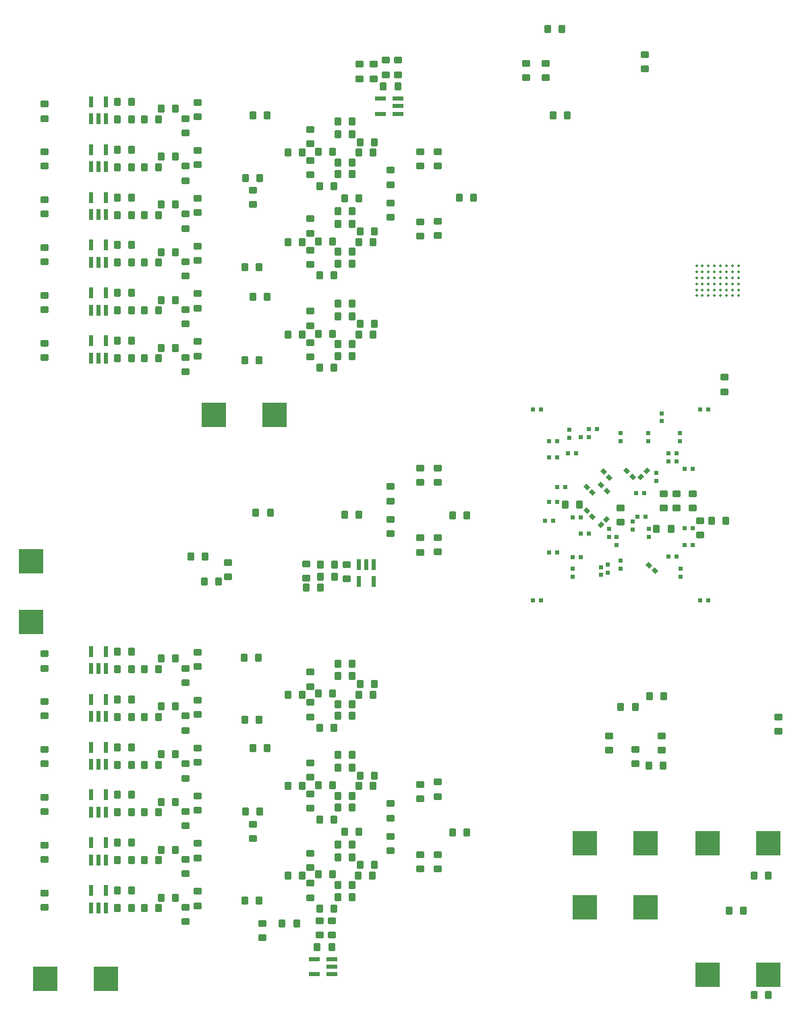
<source format=gbp>
%FSAX43Y43*%
%MOMM*%
G71*
G01*
G75*
G04 Layer_Color=128*
%ADD10C,0.200*%
%ADD11C,0.254*%
%ADD12R,1.600X1.000*%
%ADD13R,5.700X5.500*%
%ADD14R,3.050X2.040*%
%ADD15R,1.240X1.400*%
%ADD16R,2.200X3.100*%
%ADD17R,2.250X2.300*%
%ADD18R,0.950X0.600*%
%ADD19R,1.700X1.600*%
%ADD20R,0.600X0.950*%
%ADD21C,1.400*%
G04:AMPARAMS|DCode=22|XSize=0.8mm|YSize=1mm|CornerRadius=0.08mm|HoleSize=0mm|Usage=FLASHONLY|Rotation=0.000|XOffset=0mm|YOffset=0mm|HoleType=Round|Shape=RoundedRectangle|*
%AMROUNDEDRECTD22*
21,1,0.800,0.840,0,0,0.0*
21,1,0.640,1.000,0,0,0.0*
1,1,0.160,0.320,-0.420*
1,1,0.160,-0.320,-0.420*
1,1,0.160,-0.320,0.420*
1,1,0.160,0.320,0.420*
%
%ADD22ROUNDEDRECTD22*%
G04:AMPARAMS|DCode=23|XSize=1mm|YSize=2mm|CornerRadius=0.1mm|HoleSize=0mm|Usage=FLASHONLY|Rotation=0.000|XOffset=0mm|YOffset=0mm|HoleType=Round|Shape=RoundedRectangle|*
%AMROUNDEDRECTD23*
21,1,1.000,1.800,0,0,0.0*
21,1,0.800,2.000,0,0,0.0*
1,1,0.200,0.400,-0.900*
1,1,0.200,-0.400,-0.900*
1,1,0.200,-0.400,0.900*
1,1,0.200,0.400,0.900*
%
%ADD23ROUNDEDRECTD23*%
G04:AMPARAMS|DCode=24|XSize=1mm|YSize=1.5mm|CornerRadius=0.1mm|HoleSize=0mm|Usage=FLASHONLY|Rotation=180.000|XOffset=0mm|YOffset=0mm|HoleType=Round|Shape=RoundedRectangle|*
%AMROUNDEDRECTD24*
21,1,1.000,1.300,0,0,180.0*
21,1,0.800,1.500,0,0,180.0*
1,1,0.200,-0.400,0.650*
1,1,0.200,0.400,0.650*
1,1,0.200,0.400,-0.650*
1,1,0.200,-0.400,-0.650*
%
%ADD24ROUNDEDRECTD24*%
G04:AMPARAMS|DCode=25|XSize=0.8mm|YSize=1mm|CornerRadius=0.08mm|HoleSize=0mm|Usage=FLASHONLY|Rotation=270.000|XOffset=0mm|YOffset=0mm|HoleType=Round|Shape=RoundedRectangle|*
%AMROUNDEDRECTD25*
21,1,0.800,0.840,0,0,270.0*
21,1,0.640,1.000,0,0,270.0*
1,1,0.160,-0.420,-0.320*
1,1,0.160,-0.420,0.320*
1,1,0.160,0.420,0.320*
1,1,0.160,0.420,-0.320*
%
%ADD25ROUNDEDRECTD25*%
%ADD26R,1.400X0.450*%
%ADD27R,1.400X0.450*%
%ADD28R,1.400X0.450*%
%ADD29R,3.048X3.048*%
%ADD30O,0.250X1.600*%
%ADD31O,1.600X0.250*%
%ADD32R,1.600X0.250*%
%ADD33O,1.270X0.762*%
%ADD34R,1.270X0.762*%
%ADD35R,0.500X0.600*%
%ADD36O,0.250X0.900*%
%ADD37O,0.900X0.250*%
%ADD38R,0.900X0.250*%
%ADD39R,2.340X2.340*%
%ADD40R,4.600X0.810*%
%ADD41R,4.600X0.610*%
%ADD42R,0.600X0.500*%
%ADD43C,0.500*%
%ADD44R,1.778X0.381*%
%ADD45O,1.778X0.381*%
%ADD46R,2.108X1.270*%
G04:AMPARAMS|DCode=47|XSize=2.108mm|YSize=1.27mm|CornerRadius=0mm|HoleSize=0mm|Usage=FLASHONLY|Rotation=0.000|XOffset=0mm|YOffset=0mm|HoleType=Round|Shape=Octagon|*
%AMOCTAGOND47*
4,1,8,1.054,-0.318,1.054,0.318,0.737,0.635,-0.737,0.635,-1.054,0.318,-1.054,-0.318,-0.737,-0.635,0.737,-0.635,1.054,-0.318,0.0*
%
%ADD47OCTAGOND47*%

%ADD48R,0.381X1.778*%
%ADD49O,0.381X1.778*%
%ADD50O,1.000X0.250*%
%ADD51O,0.250X1.000*%
%ADD52R,0.250X1.000*%
%ADD53O,0.300X1.800*%
%ADD54O,1.800X0.300*%
%ADD55R,1.800X0.300*%
G04:AMPARAMS|DCode=56|XSize=1mm|YSize=1.5mm|CornerRadius=0.1mm|HoleSize=0mm|Usage=FLASHONLY|Rotation=90.000|XOffset=0mm|YOffset=0mm|HoleType=Round|Shape=RoundedRectangle|*
%AMROUNDEDRECTD56*
21,1,1.000,1.300,0,0,90.0*
21,1,0.800,1.500,0,0,90.0*
1,1,0.200,0.650,0.400*
1,1,0.200,0.650,-0.400*
1,1,0.200,-0.650,-0.400*
1,1,0.200,-0.650,0.400*
%
%ADD56ROUNDEDRECTD56*%
G04:AMPARAMS|DCode=57|XSize=1mm|YSize=2mm|CornerRadius=0.1mm|HoleSize=0mm|Usage=FLASHONLY|Rotation=90.000|XOffset=0mm|YOffset=0mm|HoleType=Round|Shape=RoundedRectangle|*
%AMROUNDEDRECTD57*
21,1,1.000,1.800,0,0,90.0*
21,1,0.800,2.000,0,0,90.0*
1,1,0.200,0.900,0.400*
1,1,0.200,0.900,-0.400*
1,1,0.200,-0.900,-0.400*
1,1,0.200,-0.900,0.400*
%
%ADD57ROUNDEDRECTD57*%
%ADD58R,1.778X1.016*%
%ADD59R,1.778X3.302*%
%ADD60R,0.508X1.600*%
%ADD61R,0.356X0.914*%
%ADD62R,2.540X2.540*%
G04:AMPARAMS|DCode=63|XSize=0.4mm|YSize=0.7mm|CornerRadius=0mm|HoleSize=0mm|Usage=FLASHONLY|Rotation=135.000|XOffset=0mm|YOffset=0mm|HoleType=Round|Shape=Round|*
%AMOVALD63*
21,1,0.300,0.400,0.000,0.000,225.0*
1,1,0.400,0.106,0.106*
1,1,0.400,-0.106,-0.106*
%
%ADD63OVALD63*%

%ADD64O,0.700X0.400*%
%ADD65C,0.175*%
%ADD66C,0.800*%
%ADD67C,0.400*%
%ADD68C,0.500*%
%ADD69C,0.150*%
%ADD70C,0.508*%
%ADD71C,0.600*%
%ADD72C,0.300*%
%ADD73R,1.500X5.900*%
%ADD74R,0.500X3.200*%
%ADD75R,3.800X2.200*%
%ADD76R,3.700X2.200*%
%ADD77R,4.000X3.700*%
%ADD78R,3.500X3.000*%
%ADD79R,3.500X5.300*%
%ADD80R,4.200X3.000*%
%ADD81R,4.000X3.000*%
%ADD82R,1.900X1.900*%
%ADD83R,2.700X6.800*%
%ADD84R,1.500X1.400*%
%ADD85R,1.400X1.400*%
%ADD86R,2.500X2.200*%
%ADD87R,2.300X11.700*%
%ADD88R,1.200X5.400*%
%ADD89R,1.500X2.400*%
%ADD90R,2.700X2.800*%
%ADD91R,6.100X6.100*%
%ADD92R,3.400X2.300*%
%ADD93C,1.690*%
%ADD94C,4.500*%
%ADD95C,3.800*%
%ADD96R,1.600X1.600*%
%ADD97C,1.600*%
%ADD98C,3.000*%
%ADD99C,1.575*%
%ADD100R,1.575X1.575*%
%ADD101C,1.800*%
%ADD102R,1.850X1.850*%
%ADD103C,1.850*%
%ADD104R,1.850X1.850*%
%ADD105C,1.500*%
%ADD106C,0.300*%
%ADD107C,0.700*%
%ADD108C,0.800*%
%ADD109C,1.000*%
%ADD110C,1.200*%
%ADD111C,5.000*%
%ADD112C,0.600*%
%ADD113C,1.016*%
%ADD114C,0.705*%
G04:AMPARAMS|DCode=115|XSize=2.29mm|YSize=2.29mm|CornerRadius=0mm|HoleSize=0mm|Usage=FLASHONLY|Rotation=0.000|XOffset=0mm|YOffset=0mm|HoleType=Round|Shape=Relief|Width=0.175mm|Gap=0.3mm|Entries=4|*
%AMTHD115*
7,0,0,2.290,1.690,0.175,45*
%
%ADD115THD115*%
%ADD116C,1.490*%
G04:AMPARAMS|DCode=117|XSize=4.4mm|YSize=4.4mm|CornerRadius=0mm|HoleSize=0mm|Usage=FLASHONLY|Rotation=0.000|XOffset=0mm|YOffset=0mm|HoleType=Round|Shape=Relief|Width=0.175mm|Gap=0.3mm|Entries=4|*
%AMTHD117*
7,0,0,4.400,3.800,0.175,45*
%
%ADD117THD117*%
G04:AMPARAMS|DCode=118|XSize=4.44mm|YSize=4.44mm|CornerRadius=0mm|HoleSize=0mm|Usage=FLASHONLY|Rotation=0.000|XOffset=0mm|YOffset=0mm|HoleType=Round|Shape=Relief|Width=0.175mm|Gap=0.3mm|Entries=4|*
%AMTHD118*
7,0,0,4.440,3.840,0.175,45*
%
%ADD118THD118*%
G04:AMPARAMS|DCode=119|XSize=3.5mm|YSize=3.5mm|CornerRadius=0mm|HoleSize=0mm|Usage=FLASHONLY|Rotation=0.000|XOffset=0mm|YOffset=0mm|HoleType=Round|Shape=Relief|Width=0.175mm|Gap=0.3mm|Entries=4|*
%AMTHD119*
7,0,0,3.500,2.900,0.175,45*
%
%ADD119THD119*%
%ADD120C,1.320*%
%ADD121C,3.400*%
G04:AMPARAMS|DCode=122|XSize=2.216mm|YSize=2.216mm|CornerRadius=0mm|HoleSize=0mm|Usage=FLASHONLY|Rotation=0.000|XOffset=0mm|YOffset=0mm|HoleType=Round|Shape=Relief|Width=0.175mm|Gap=0.3mm|Entries=4|*
%AMTHD122*
7,0,0,2.216,1.616,0.175,45*
%
%ADD122THD122*%
%ADD123C,1.416*%
G04:AMPARAMS|DCode=124|XSize=2.12mm|YSize=2.12mm|CornerRadius=0mm|HoleSize=0mm|Usage=FLASHONLY|Rotation=0.000|XOffset=0mm|YOffset=0mm|HoleType=Round|Shape=Relief|Width=0.175mm|Gap=0.3mm|Entries=4|*
%AMTHD124*
7,0,0,2.120,1.520,0.175,45*
%
%ADD124THD124*%
G04:AMPARAMS|DCode=125|XSize=2.2mm|YSize=2.2mm|CornerRadius=0mm|HoleSize=0mm|Usage=FLASHONLY|Rotation=0.000|XOffset=0mm|YOffset=0mm|HoleType=Round|Shape=Relief|Width=0.175mm|Gap=0.3mm|Entries=4|*
%AMTHD125*
7,0,0,2.200,1.600,0.175,45*
%
%ADD125THD125*%
G04:AMPARAMS|DCode=126|XSize=2.3mm|YSize=2.3mm|CornerRadius=0mm|HoleSize=0mm|Usage=FLASHONLY|Rotation=0.000|XOffset=0mm|YOffset=0mm|HoleType=Round|Shape=Relief|Width=0.175mm|Gap=0.3mm|Entries=4|*
%AMTHD126*
7,0,0,2.300,1.700,0.175,45*
%
%ADD126THD126*%
%ADD127C,0.520*%
G04:AMPARAMS|DCode=128|XSize=1.6mm|YSize=1.6mm|CornerRadius=0mm|HoleSize=0mm|Usage=FLASHONLY|Rotation=0.000|XOffset=0mm|YOffset=0mm|HoleType=Round|Shape=Relief|Width=0.175mm|Gap=0.3mm|Entries=4|*
%AMTHD128*
7,0,0,1.600,1.000,0.175,45*
%
%ADD128THD128*%
%ADD129C,0.800*%
G04:AMPARAMS|DCode=130|XSize=1.7mm|YSize=1.7mm|CornerRadius=0mm|HoleSize=0mm|Usage=FLASHONLY|Rotation=0.000|XOffset=0mm|YOffset=0mm|HoleType=Round|Shape=Relief|Width=0.175mm|Gap=0.3mm|Entries=4|*
%AMTHD130*
7,0,0,1.700,1.100,0.175,45*
%
%ADD130THD130*%
G04:AMPARAMS|DCode=131|XSize=1.9mm|YSize=1.9mm|CornerRadius=0mm|HoleSize=0mm|Usage=FLASHONLY|Rotation=0.000|XOffset=0mm|YOffset=0mm|HoleType=Round|Shape=Relief|Width=0.175mm|Gap=0.3mm|Entries=4|*
%AMTHD131*
7,0,0,1.900,1.300,0.175,45*
%
%ADD131THD131*%
G04:AMPARAMS|DCode=132|XSize=1.32mm|YSize=1.32mm|CornerRadius=0mm|HoleSize=0mm|Usage=FLASHONLY|Rotation=0.000|XOffset=0mm|YOffset=0mm|HoleType=Round|Shape=Relief|Width=0.175mm|Gap=0.3mm|Entries=4|*
%AMTHD132*
7,0,0,1.320,0.720,0.175,45*
%
%ADD132THD132*%
%ADD133C,0.700*%
%ADD134C,1.100*%
%ADD135C,1.000*%
%ADD136C,0.900*%
G04:AMPARAMS|DCode=137|XSize=1.5mm|YSize=1.5mm|CornerRadius=0mm|HoleSize=0mm|Usage=FLASHONLY|Rotation=0.000|XOffset=0mm|YOffset=0mm|HoleType=Round|Shape=Relief|Width=0.175mm|Gap=0.3mm|Entries=4|*
%AMTHD137*
7,0,0,1.500,0.900,0.175,45*
%
%ADD137THD137*%
G04:AMPARAMS|DCode=138|XSize=2.4mm|YSize=2.4mm|CornerRadius=0mm|HoleSize=0mm|Usage=FLASHONLY|Rotation=0.000|XOffset=0mm|YOffset=0mm|HoleType=Round|Shape=Relief|Width=0.175mm|Gap=0.3mm|Entries=4|*
%AMTHD138*
7,0,0,2.400,1.800,0.175,45*
%
%ADD138THD138*%
%ADD139C,0.120*%
%ADD140C,3.600*%
%ADD141C,3.640*%
%ADD142C,2.700*%
%ADD143R,0.550X1.450*%
%ADD144R,0.550X1.450*%
G04:AMPARAMS|DCode=145|XSize=0.5mm|YSize=0.6mm|CornerRadius=0mm|HoleSize=0mm|Usage=FLASHONLY|Rotation=135.000|XOffset=0mm|YOffset=0mm|HoleType=Round|Shape=Rectangle|*
%AMROTATEDRECTD145*
4,1,4,0.389,0.035,-0.035,-0.389,-0.389,-0.035,0.035,0.389,0.389,0.035,0.0*
%
%ADD145ROTATEDRECTD145*%

G04:AMPARAMS|DCode=146|XSize=0.5mm|YSize=0.6mm|CornerRadius=0mm|HoleSize=0mm|Usage=FLASHONLY|Rotation=225.000|XOffset=0mm|YOffset=0mm|HoleType=Round|Shape=Rectangle|*
%AMROTATEDRECTD146*
4,1,4,-0.035,0.389,0.389,-0.035,0.035,-0.389,-0.389,0.035,-0.035,0.389,0.0*
%
%ADD146ROTATEDRECTD146*%

%ADD147C,0.350*%
%ADD148R,1.450X0.550*%
%ADD149R,1.450X0.550*%
%ADD150R,3.048X3.048*%
%ADD151R,3.100X2.500*%
%ADD152C,0.250*%
%ADD153C,0.127*%
%ADD154C,0.203*%
%ADD155C,0.100*%
%ADD156C,0.305*%
%ADD157C,0.152*%
%ADD158C,0.102*%
%ADD159R,2.200X2.200*%
%ADD160R,0.900X0.550*%
%ADD161R,0.550X0.900*%
%ADD162R,0.025X0.025*%
%ADD163C,0.762*%
%ADD164R,6.300X6.300*%
%ADD165R,1.800X1.200*%
%ADD166R,5.900X5.700*%
%ADD167R,3.152X2.142*%
%ADD168R,1.342X1.502*%
%ADD169R,2.302X3.202*%
%ADD170R,1.052X0.702*%
%ADD171R,1.802X1.702*%
%ADD172R,0.702X1.052*%
%ADD173C,1.502*%
G04:AMPARAMS|DCode=174|XSize=1mm|YSize=1.2mm|CornerRadius=0.18mm|HoleSize=0mm|Usage=FLASHONLY|Rotation=0.000|XOffset=0mm|YOffset=0mm|HoleType=Round|Shape=RoundedRectangle|*
%AMROUNDEDRECTD174*
21,1,1.000,0.840,0,0,0.0*
21,1,0.640,1.200,0,0,0.0*
1,1,0.360,0.320,-0.420*
1,1,0.360,-0.320,-0.420*
1,1,0.360,-0.320,0.420*
1,1,0.360,0.320,0.420*
%
%ADD174ROUNDEDRECTD174*%
G04:AMPARAMS|DCode=175|XSize=1.2mm|YSize=2.2mm|CornerRadius=0.2mm|HoleSize=0mm|Usage=FLASHONLY|Rotation=0.000|XOffset=0mm|YOffset=0mm|HoleType=Round|Shape=RoundedRectangle|*
%AMROUNDEDRECTD175*
21,1,1.200,1.800,0,0,0.0*
21,1,0.800,2.200,0,0,0.0*
1,1,0.400,0.400,-0.900*
1,1,0.400,-0.400,-0.900*
1,1,0.400,-0.400,0.900*
1,1,0.400,0.400,0.900*
%
%ADD175ROUNDEDRECTD175*%
G04:AMPARAMS|DCode=176|XSize=1.2mm|YSize=1.7mm|CornerRadius=0.2mm|HoleSize=0mm|Usage=FLASHONLY|Rotation=180.000|XOffset=0mm|YOffset=0mm|HoleType=Round|Shape=RoundedRectangle|*
%AMROUNDEDRECTD176*
21,1,1.200,1.300,0,0,180.0*
21,1,0.800,1.700,0,0,180.0*
1,1,0.400,-0.400,0.650*
1,1,0.400,0.400,0.650*
1,1,0.400,0.400,-0.650*
1,1,0.400,-0.400,-0.650*
%
%ADD176ROUNDEDRECTD176*%
G04:AMPARAMS|DCode=177|XSize=1mm|YSize=1.2mm|CornerRadius=0.18mm|HoleSize=0mm|Usage=FLASHONLY|Rotation=270.000|XOffset=0mm|YOffset=0mm|HoleType=Round|Shape=RoundedRectangle|*
%AMROUNDEDRECTD177*
21,1,1.000,0.840,0,0,270.0*
21,1,0.640,1.200,0,0,270.0*
1,1,0.360,-0.420,-0.320*
1,1,0.360,-0.420,0.320*
1,1,0.360,0.420,0.320*
1,1,0.360,0.420,-0.320*
%
%ADD177ROUNDEDRECTD177*%
%ADD178R,1.600X0.650*%
%ADD179R,1.600X0.650*%
%ADD180R,1.600X0.650*%
%ADD181R,3.248X3.248*%
%ADD182O,0.450X1.800*%
%ADD183O,1.800X0.450*%
%ADD184R,1.800X0.450*%
%ADD185O,1.470X0.962*%
%ADD186R,1.470X0.962*%
%ADD187R,0.700X0.800*%
%ADD188O,0.450X1.100*%
%ADD189O,1.100X0.450*%
%ADD190R,1.100X0.450*%
%ADD191R,2.540X2.540*%
%ADD192R,4.800X1.010*%
%ADD193R,4.800X0.810*%
%ADD194R,0.800X0.700*%
%ADD195R,1.978X0.581*%
%ADD196O,1.978X0.581*%
%ADD197R,2.308X1.470*%
G04:AMPARAMS|DCode=198|XSize=2.308mm|YSize=1.47mm|CornerRadius=0mm|HoleSize=0mm|Usage=FLASHONLY|Rotation=0.000|XOffset=0mm|YOffset=0mm|HoleType=Round|Shape=Octagon|*
%AMOCTAGOND198*
4,1,8,1.154,-0.367,1.154,0.367,0.787,0.735,-0.787,0.735,-1.154,0.367,-1.154,-0.367,-0.787,-0.735,0.787,-0.735,1.154,-0.367,0.0*
%
%ADD198OCTAGOND198*%

%ADD199R,0.581X1.978*%
%ADD200O,0.581X1.978*%
%ADD201O,1.200X0.450*%
%ADD202O,0.450X1.200*%
%ADD203R,0.450X1.200*%
%ADD204O,0.500X2.000*%
%ADD205O,2.000X0.500*%
%ADD206R,2.000X0.500*%
G04:AMPARAMS|DCode=207|XSize=1.2mm|YSize=1.7mm|CornerRadius=0.2mm|HoleSize=0mm|Usage=FLASHONLY|Rotation=90.000|XOffset=0mm|YOffset=0mm|HoleType=Round|Shape=RoundedRectangle|*
%AMROUNDEDRECTD207*
21,1,1.200,1.300,0,0,90.0*
21,1,0.800,1.700,0,0,90.0*
1,1,0.400,0.650,0.400*
1,1,0.400,0.650,-0.400*
1,1,0.400,-0.650,-0.400*
1,1,0.400,-0.650,0.400*
%
%ADD207ROUNDEDRECTD207*%
G04:AMPARAMS|DCode=208|XSize=1.2mm|YSize=2.2mm|CornerRadius=0.2mm|HoleSize=0mm|Usage=FLASHONLY|Rotation=90.000|XOffset=0mm|YOffset=0mm|HoleType=Round|Shape=RoundedRectangle|*
%AMROUNDEDRECTD208*
21,1,1.200,1.800,0,0,90.0*
21,1,0.800,2.200,0,0,90.0*
1,1,0.400,0.900,0.400*
1,1,0.400,0.900,-0.400*
1,1,0.400,-0.900,-0.400*
1,1,0.400,-0.900,0.400*
%
%ADD208ROUNDEDRECTD208*%
%ADD209R,1.978X1.216*%
%ADD210R,1.978X3.502*%
%ADD211R,0.708X1.800*%
G04:AMPARAMS|DCode=212|XSize=0.6mm|YSize=0.9mm|CornerRadius=0mm|HoleSize=0mm|Usage=FLASHONLY|Rotation=135.000|XOffset=0mm|YOffset=0mm|HoleType=Round|Shape=Round|*
%AMOVALD212*
21,1,0.300,0.600,0.000,0.000,225.0*
1,1,0.600,0.106,0.106*
1,1,0.600,-0.106,-0.106*
%
%ADD212OVALD212*%

%ADD213O,0.900X0.600*%
%ADD214C,0.017*%
%ADD215C,1.890*%
%ADD216C,4.700*%
%ADD217C,4.000*%
%ADD218R,1.800X1.800*%
%ADD219C,3.200*%
%ADD220C,1.775*%
%ADD221R,1.775X1.775*%
%ADD222C,2.000*%
%ADD223R,2.050X2.050*%
%ADD224C,2.050*%
%ADD225R,2.050X2.050*%
%ADD226C,1.700*%
%ADD227C,0.900*%
%ADD228C,5.200*%
%ADD229R,0.750X1.650*%
%ADD230R,0.750X1.650*%
G04:AMPARAMS|DCode=231|XSize=0.7mm|YSize=0.8mm|CornerRadius=0mm|HoleSize=0mm|Usage=FLASHONLY|Rotation=135.000|XOffset=0mm|YOffset=0mm|HoleType=Round|Shape=Rectangle|*
%AMROTATEDRECTD231*
4,1,4,0.530,0.035,-0.035,-0.530,-0.530,-0.035,0.035,0.530,0.530,0.035,0.0*
%
%ADD231ROTATEDRECTD231*%

G04:AMPARAMS|DCode=232|XSize=0.7mm|YSize=0.8mm|CornerRadius=0mm|HoleSize=0mm|Usage=FLASHONLY|Rotation=225.000|XOffset=0mm|YOffset=0mm|HoleType=Round|Shape=Rectangle|*
%AMROTATEDRECTD232*
4,1,4,-0.035,0.530,0.530,-0.035,0.035,-0.530,-0.530,0.035,-0.035,0.530,0.0*
%
%ADD232ROTATEDRECTD232*%

%ADD233C,0.550*%
%ADD234R,1.650X0.750*%
%ADD235R,1.650X0.750*%
%ADD236R,3.248X3.248*%
G54D22*
X0101500Y0112600D02*
D03*
X0103300D02*
D03*
X0100300Y0070500D02*
D03*
X0098500D02*
D03*
X0121700Y0081900D02*
D03*
X0119900D02*
D03*
X0121700Y0121700D02*
D03*
X0119900D02*
D03*
X0122500Y0161600D02*
D03*
X0120700D02*
D03*
X0104800Y0156100D02*
D03*
X0103000D02*
D03*
X0104800Y0167300D02*
D03*
X0103000D02*
D03*
X0099200Y0156000D02*
D03*
X0101000D02*
D03*
X0099200Y0167200D02*
D03*
X0101000D02*
D03*
X0107300Y0078800D02*
D03*
X0105500D02*
D03*
Y0080400D02*
D03*
X0107300D02*
D03*
Y0085000D02*
D03*
X0105500D02*
D03*
Y0086500D02*
D03*
X0107300D02*
D03*
Y0090000D02*
D03*
X0105500D02*
D03*
X0095700Y0084500D02*
D03*
X0093900D02*
D03*
X0107300Y0096500D02*
D03*
X0105500D02*
D03*
Y0098000D02*
D03*
X0107300D02*
D03*
Y0101500D02*
D03*
X0105500D02*
D03*
Y0143200D02*
D03*
X0107300D02*
D03*
Y0146700D02*
D03*
X0105500D02*
D03*
Y0148300D02*
D03*
X0107300D02*
D03*
X0103200Y0140200D02*
D03*
X0105000D02*
D03*
X0107300Y0153300D02*
D03*
X0105500D02*
D03*
Y0154800D02*
D03*
X0107300D02*
D03*
Y0158300D02*
D03*
X0105500D02*
D03*
Y0159900D02*
D03*
X0107300D02*
D03*
Y0164500D02*
D03*
X0105500D02*
D03*
X0107300Y0169500D02*
D03*
X0105500D02*
D03*
X0083000Y0072400D02*
D03*
X0081200D02*
D03*
X0083300Y0073700D02*
D03*
X0085100D02*
D03*
X0079600Y0074600D02*
D03*
X0077800D02*
D03*
X0083000Y0078400D02*
D03*
X0081200D02*
D03*
X0083300Y0079700D02*
D03*
X0085100D02*
D03*
X0079600Y0080600D02*
D03*
X0077800D02*
D03*
X0083000Y0084400D02*
D03*
X0081200D02*
D03*
X0083300Y0085700D02*
D03*
X0085100D02*
D03*
X0079600Y0086600D02*
D03*
X0077800D02*
D03*
X0083000Y0090400D02*
D03*
X0081200D02*
D03*
X0083300Y0091700D02*
D03*
X0085100D02*
D03*
X0079600Y0092600D02*
D03*
X0077800D02*
D03*
X0083000Y0096400D02*
D03*
X0081200D02*
D03*
X0083300Y0097700D02*
D03*
X0085100D02*
D03*
X0079600Y0098600D02*
D03*
X0077800D02*
D03*
X0083000Y0102400D02*
D03*
X0081200D02*
D03*
X0083300Y0103700D02*
D03*
X0085100D02*
D03*
X0079600Y0104600D02*
D03*
X0077800D02*
D03*
X0083000Y0141400D02*
D03*
X0081200D02*
D03*
X0083300Y0142700D02*
D03*
X0085100D02*
D03*
X0079600Y0143600D02*
D03*
X0077800D02*
D03*
X0083000Y0147400D02*
D03*
X0081200D02*
D03*
X0083300Y0148700D02*
D03*
X0085100D02*
D03*
X0079600Y0149600D02*
D03*
X0077800D02*
D03*
X0083000Y0153400D02*
D03*
X0081200D02*
D03*
X0083300Y0154700D02*
D03*
X0085100D02*
D03*
X0079600Y0155600D02*
D03*
X0077800D02*
D03*
X0083000Y0159400D02*
D03*
X0081200D02*
D03*
X0083300Y0160700D02*
D03*
X0085100D02*
D03*
X0079600Y0161600D02*
D03*
X0077800D02*
D03*
X0083000Y0165400D02*
D03*
X0081200D02*
D03*
X0083300Y0166700D02*
D03*
X0085100D02*
D03*
X0079600Y0167600D02*
D03*
X0077800D02*
D03*
X0156400Y0072100D02*
D03*
X0154600D02*
D03*
X0079600Y0072400D02*
D03*
X0077800D02*
D03*
X0079600Y0078400D02*
D03*
X0077800D02*
D03*
X0079600Y0084400D02*
D03*
X0077800D02*
D03*
X0079600Y0090400D02*
D03*
X0077800D02*
D03*
X0079600Y0096400D02*
D03*
X0077800D02*
D03*
X0079600Y0102400D02*
D03*
X0077800D02*
D03*
X0079600Y0141400D02*
D03*
X0077800D02*
D03*
X0079600Y0147400D02*
D03*
X0077800D02*
D03*
X0079600Y0153400D02*
D03*
X0077800D02*
D03*
X0079600Y0159400D02*
D03*
X0077800D02*
D03*
X0079600Y0165400D02*
D03*
X0077800D02*
D03*
X0096600Y0171900D02*
D03*
X0094800D02*
D03*
X0095700Y0164000D02*
D03*
X0093900D02*
D03*
X0083000Y0171400D02*
D03*
X0081200D02*
D03*
X0083300Y0172700D02*
D03*
X0085100D02*
D03*
X0079600Y0173600D02*
D03*
X0077800D02*
D03*
X0079600Y0171400D02*
D03*
X0077800D02*
D03*
X0108100Y0082000D02*
D03*
X0106300D02*
D03*
X0108100Y0121800D02*
D03*
X0106300D02*
D03*
X0108100Y0161500D02*
D03*
X0106300D02*
D03*
X0087000Y0116500D02*
D03*
X0088800D02*
D03*
X0095200Y0122000D02*
D03*
X0097000D02*
D03*
X0088750Y0113400D02*
D03*
X0090550D02*
D03*
X0096600Y0149100D02*
D03*
X0094800D02*
D03*
X0108100Y0156000D02*
D03*
X0109900D02*
D03*
X0105100Y0114000D02*
D03*
X0103300D02*
D03*
X0113000Y0175500D02*
D03*
X0111200D02*
D03*
X0146400Y0099000D02*
D03*
X0144600D02*
D03*
X0146300Y0090300D02*
D03*
X0144500D02*
D03*
X0134300Y0171900D02*
D03*
X0132500D02*
D03*
X0154200Y0121000D02*
D03*
X0152400D02*
D03*
X0145500Y0120000D02*
D03*
X0147300D02*
D03*
X0135800Y0123000D02*
D03*
X0134000D02*
D03*
X0103000Y0076600D02*
D03*
X0104800D02*
D03*
X0103000Y0099300D02*
D03*
X0104800D02*
D03*
X0103000Y0087800D02*
D03*
X0104800D02*
D03*
X0103000Y0144500D02*
D03*
X0104800D02*
D03*
X0101000Y0099200D02*
D03*
X0099200D02*
D03*
X0101000Y0076500D02*
D03*
X0099200D02*
D03*
X0101000Y0087700D02*
D03*
X0099200D02*
D03*
X0101000Y0144400D02*
D03*
X0099200D02*
D03*
X0159500Y0076500D02*
D03*
X0157700D02*
D03*
X0141000Y0097600D02*
D03*
X0142800D02*
D03*
X0131800Y0182700D02*
D03*
X0133600D02*
D03*
X0094800Y0092500D02*
D03*
X0096600D02*
D03*
X0093800Y0096000D02*
D03*
X0095600D02*
D03*
X0109900Y0087700D02*
D03*
X0108100D02*
D03*
X0093700Y0103800D02*
D03*
X0095500D02*
D03*
X0109900Y0167200D02*
D03*
X0108100D02*
D03*
X0105000Y0163000D02*
D03*
X0103200D02*
D03*
X0107300Y0091600D02*
D03*
X0105500D02*
D03*
X0105000Y0151800D02*
D03*
X0103200D02*
D03*
X0110100Y0145700D02*
D03*
X0108300D02*
D03*
X0105000Y0083500D02*
D03*
X0103200D02*
D03*
X0093800Y0152800D02*
D03*
X0095600D02*
D03*
X0109900Y0099200D02*
D03*
X0108100D02*
D03*
X0110049Y0077800D02*
D03*
X0108249D02*
D03*
X0093800Y0141200D02*
D03*
X0095600D02*
D03*
X0110100Y0100500D02*
D03*
X0108300D02*
D03*
X0093800Y0073300D02*
D03*
X0095600D02*
D03*
X0110100Y0089000D02*
D03*
X0108300D02*
D03*
X0109849Y0076500D02*
D03*
X0108049D02*
D03*
X0105000Y0072300D02*
D03*
X0103200D02*
D03*
X0110100Y0168500D02*
D03*
X0108300D02*
D03*
X0110100Y0157300D02*
D03*
X0108300D02*
D03*
X0107300Y0171100D02*
D03*
X0105500D02*
D03*
X0107300Y0166000D02*
D03*
X0105500D02*
D03*
X0109900Y0144400D02*
D03*
X0108100D02*
D03*
X0105500Y0141700D02*
D03*
X0107300D02*
D03*
Y0103100D02*
D03*
X0105500D02*
D03*
X0107300Y0075300D02*
D03*
X0105500D02*
D03*
Y0073800D02*
D03*
X0107300D02*
D03*
X0104700Y0067500D02*
D03*
X0102900D02*
D03*
X0157700Y0061500D02*
D03*
X0159500D02*
D03*
X0105000Y0095000D02*
D03*
X0103200D02*
D03*
X0105100Y0115500D02*
D03*
X0103300D02*
D03*
G54D25*
X0110000Y0178300D02*
D03*
Y0176500D02*
D03*
X0118000Y0088200D02*
D03*
Y0086400D02*
D03*
Y0077300D02*
D03*
Y0079100D02*
D03*
Y0117100D02*
D03*
Y0118900D02*
D03*
Y0127600D02*
D03*
Y0125800D02*
D03*
Y0156800D02*
D03*
Y0158600D02*
D03*
Y0167300D02*
D03*
Y0165500D02*
D03*
X0102000Y0158900D02*
D03*
Y0157100D02*
D03*
Y0170100D02*
D03*
Y0168300D02*
D03*
Y0153200D02*
D03*
Y0155000D02*
D03*
Y0164400D02*
D03*
Y0166200D02*
D03*
X0086400Y0072500D02*
D03*
Y0070700D02*
D03*
X0068700Y0072500D02*
D03*
Y0074300D02*
D03*
X0086400Y0078500D02*
D03*
Y0076700D02*
D03*
X0068700Y0078500D02*
D03*
Y0080300D02*
D03*
X0086400Y0084500D02*
D03*
Y0082700D02*
D03*
X0068700Y0084500D02*
D03*
Y0086300D02*
D03*
X0086400Y0090500D02*
D03*
Y0088700D02*
D03*
X0068700Y0090500D02*
D03*
Y0092300D02*
D03*
X0086400Y0096500D02*
D03*
Y0094700D02*
D03*
X0068700Y0096500D02*
D03*
Y0098300D02*
D03*
X0086400Y0102500D02*
D03*
Y0100700D02*
D03*
X0068700Y0102500D02*
D03*
Y0104300D02*
D03*
X0086400Y0141500D02*
D03*
Y0139700D02*
D03*
X0068700Y0141500D02*
D03*
Y0143300D02*
D03*
X0086400Y0147500D02*
D03*
Y0145700D02*
D03*
X0068700Y0147500D02*
D03*
Y0149300D02*
D03*
X0086400Y0153500D02*
D03*
Y0151700D02*
D03*
X0068700Y0153500D02*
D03*
Y0155300D02*
D03*
X0086400Y0159500D02*
D03*
Y0157700D02*
D03*
X0068700Y0159500D02*
D03*
Y0161300D02*
D03*
X0086400Y0165500D02*
D03*
Y0163700D02*
D03*
X0068700Y0165500D02*
D03*
Y0167300D02*
D03*
X0087900Y0072700D02*
D03*
Y0074500D02*
D03*
X0087900Y0078700D02*
D03*
Y0080500D02*
D03*
X0087900Y0084700D02*
D03*
Y0086500D02*
D03*
X0087900Y0090700D02*
D03*
Y0092500D02*
D03*
X0087900Y0096700D02*
D03*
Y0098500D02*
D03*
X0087900Y0102700D02*
D03*
Y0104500D02*
D03*
X0087900Y0141700D02*
D03*
Y0143500D02*
D03*
X0087900Y0147700D02*
D03*
Y0149500D02*
D03*
X0087900Y0153700D02*
D03*
Y0155500D02*
D03*
X0087900Y0159700D02*
D03*
Y0161500D02*
D03*
X0087900Y0165700D02*
D03*
Y0167500D02*
D03*
X0086400Y0171500D02*
D03*
Y0169700D02*
D03*
X0068700Y0171500D02*
D03*
Y0173300D02*
D03*
X0087900Y0171700D02*
D03*
Y0173500D02*
D03*
X0112100Y0085500D02*
D03*
Y0083700D02*
D03*
X0115800Y0087900D02*
D03*
Y0086100D02*
D03*
Y0077300D02*
D03*
Y0079100D02*
D03*
X0112100Y0079600D02*
D03*
Y0081400D02*
D03*
X0115800Y0117050D02*
D03*
Y0118850D02*
D03*
X0112100Y0119400D02*
D03*
Y0121200D02*
D03*
Y0125300D02*
D03*
Y0123500D02*
D03*
X0115800Y0127650D02*
D03*
Y0125850D02*
D03*
Y0156750D02*
D03*
Y0158550D02*
D03*
X0112100Y0159100D02*
D03*
Y0160900D02*
D03*
Y0165000D02*
D03*
Y0163200D02*
D03*
X0115800Y0167350D02*
D03*
Y0165550D02*
D03*
X0146400Y0124400D02*
D03*
Y0122600D02*
D03*
X0096000Y0070500D02*
D03*
Y0068700D02*
D03*
X0101500Y0113800D02*
D03*
Y0115600D02*
D03*
X0108200Y0176500D02*
D03*
Y0178300D02*
D03*
X0103200Y0069000D02*
D03*
Y0070800D02*
D03*
X0111500Y0177000D02*
D03*
Y0178800D02*
D03*
X0104700Y0069000D02*
D03*
Y0070800D02*
D03*
X0113000Y0177000D02*
D03*
Y0178800D02*
D03*
X0094800Y0081100D02*
D03*
Y0082900D02*
D03*
X0106600Y0115500D02*
D03*
Y0113700D02*
D03*
X0160800Y0094600D02*
D03*
Y0096400D02*
D03*
X0150000Y0124400D02*
D03*
Y0122600D02*
D03*
X0151000Y0119200D02*
D03*
Y0121000D02*
D03*
X0148000Y0124400D02*
D03*
Y0122600D02*
D03*
X0102000Y0077500D02*
D03*
Y0079300D02*
D03*
Y0100200D02*
D03*
Y0102000D02*
D03*
Y0088800D02*
D03*
Y0090600D02*
D03*
Y0145500D02*
D03*
Y0147300D02*
D03*
Y0075500D02*
D03*
Y0073700D02*
D03*
Y0098200D02*
D03*
Y0096400D02*
D03*
Y0086700D02*
D03*
Y0084900D02*
D03*
Y0143400D02*
D03*
Y0141600D02*
D03*
X0142800Y0092300D02*
D03*
Y0090500D02*
D03*
X0139500Y0092200D02*
D03*
Y0094000D02*
D03*
X0146100Y0092200D02*
D03*
Y0094000D02*
D03*
X0144000Y0177700D02*
D03*
Y0179500D02*
D03*
X0129100Y0178400D02*
D03*
Y0176600D02*
D03*
X0131600Y0178400D02*
D03*
Y0176600D02*
D03*
X0141000Y0120800D02*
D03*
Y0122600D02*
D03*
X0154000Y0137200D02*
D03*
Y0139000D02*
D03*
X0094800Y0160700D02*
D03*
Y0162500D02*
D03*
X0091700Y0115800D02*
D03*
Y0114000D02*
D03*
G54D29*
X0151880Y0064000D02*
D03*
X0159500D02*
D03*
X0151880Y0080500D02*
D03*
X0159500D02*
D03*
X0089880Y0134300D02*
D03*
X0097500D02*
D03*
X0144120Y0072500D02*
D03*
X0136500D02*
D03*
X0144120Y0080500D02*
D03*
X0136500D02*
D03*
X0068780Y0063500D02*
D03*
X0076400D02*
D03*
G54D35*
X0139400Y0115500D02*
D03*
Y0114500D02*
D03*
X0134500Y0131400D02*
D03*
Y0132400D02*
D03*
X0145500Y0126000D02*
D03*
Y0127000D02*
D03*
X0146100Y0134500D02*
D03*
Y0133500D02*
D03*
X0140500Y0118000D02*
D03*
Y0119000D02*
D03*
X0148500Y0115000D02*
D03*
Y0114000D02*
D03*
X0141000Y0131000D02*
D03*
Y0132000D02*
D03*
X0138500Y0115200D02*
D03*
Y0114200D02*
D03*
X0141000Y0115000D02*
D03*
Y0116000D02*
D03*
X0144400Y0131000D02*
D03*
Y0132000D02*
D03*
X0148400Y0131000D02*
D03*
Y0132000D02*
D03*
X0135000Y0115000D02*
D03*
Y0114000D02*
D03*
X0142500Y0119900D02*
D03*
Y0120900D02*
D03*
X0139500Y0120000D02*
D03*
Y0119000D02*
D03*
X0144500D02*
D03*
Y0120000D02*
D03*
G54D42*
X0133000Y0123400D02*
D03*
X0132000D02*
D03*
X0137000Y0131500D02*
D03*
X0136000D02*
D03*
X0133000Y0125200D02*
D03*
X0134000D02*
D03*
X0148000Y0128500D02*
D03*
X0147000D02*
D03*
X0135000Y0116400D02*
D03*
X0136000D02*
D03*
X0135400Y0129500D02*
D03*
X0134400D02*
D03*
X0147000Y0116500D02*
D03*
X0148000D02*
D03*
X0138000Y0132500D02*
D03*
X0137000D02*
D03*
X0149000Y0118000D02*
D03*
X0150000D02*
D03*
X0132500Y0121000D02*
D03*
X0131500D02*
D03*
X0133000Y0131000D02*
D03*
X0132000D02*
D03*
X0149000Y0127500D02*
D03*
X0150000D02*
D03*
X0131000Y0111000D02*
D03*
X0130000D02*
D03*
X0131000Y0135000D02*
D03*
X0130000D02*
D03*
X0133000Y0129000D02*
D03*
X0132000D02*
D03*
X0151000Y0111000D02*
D03*
X0152000D02*
D03*
X0151000Y0135000D02*
D03*
X0152000D02*
D03*
X0133000Y0117000D02*
D03*
X0132000D02*
D03*
X0149000Y0120100D02*
D03*
X0150000D02*
D03*
X0136000Y0119400D02*
D03*
X0137000D02*
D03*
X0143900Y0124500D02*
D03*
X0142900D02*
D03*
X0144100Y0121500D02*
D03*
X0143100D02*
D03*
X0147000Y0129500D02*
D03*
X0148000D02*
D03*
X0136000Y0121400D02*
D03*
X0135000D02*
D03*
G54D143*
X0076400Y0072450D02*
D03*
X0076400Y0078450D02*
D03*
Y0084450D02*
D03*
Y0090450D02*
D03*
X0076400Y0096450D02*
D03*
Y0102450D02*
D03*
X0076400Y0141450D02*
D03*
Y0147450D02*
D03*
Y0153450D02*
D03*
Y0159450D02*
D03*
Y0165450D02*
D03*
X0076400Y0171450D02*
D03*
X0108100Y0115500D02*
D03*
G54D144*
X0075450Y0072450D02*
D03*
X0074500D02*
D03*
Y0074600D02*
D03*
X0076400D02*
D03*
X0075450Y0078450D02*
D03*
X0074500D02*
D03*
Y0080600D02*
D03*
X0076400D02*
D03*
X0075450Y0084450D02*
D03*
X0074500D02*
D03*
Y0086600D02*
D03*
X0076400D02*
D03*
X0075450Y0090450D02*
D03*
X0074500D02*
D03*
Y0092600D02*
D03*
X0076400D02*
D03*
X0075450Y0096450D02*
D03*
X0074500D02*
D03*
Y0098600D02*
D03*
X0076400D02*
D03*
X0075450Y0102450D02*
D03*
X0074500D02*
D03*
Y0104600D02*
D03*
X0076400D02*
D03*
X0075450Y0141450D02*
D03*
X0074500D02*
D03*
Y0143600D02*
D03*
X0076400D02*
D03*
X0075450Y0147450D02*
D03*
X0074500D02*
D03*
Y0149600D02*
D03*
X0076400D02*
D03*
X0075450Y0153450D02*
D03*
X0074500D02*
D03*
Y0155600D02*
D03*
X0076400D02*
D03*
X0075450Y0159450D02*
D03*
X0074500D02*
D03*
Y0161600D02*
D03*
X0076400D02*
D03*
X0075450Y0165450D02*
D03*
X0074500D02*
D03*
Y0167600D02*
D03*
X0076400D02*
D03*
X0075450Y0171450D02*
D03*
X0074500D02*
D03*
Y0173600D02*
D03*
X0076400D02*
D03*
X0109050Y0115500D02*
D03*
X0110000D02*
D03*
Y0113350D02*
D03*
X0108100D02*
D03*
G54D145*
X0139207Y0121207D02*
D03*
X0138500Y0120500D02*
D03*
X0143546Y0126546D02*
D03*
X0144254Y0127254D02*
D03*
G54D146*
X0141746D02*
D03*
X0142454Y0126546D02*
D03*
X0139254Y0124746D02*
D03*
X0138546Y0125454D02*
D03*
X0144546Y0115454D02*
D03*
X0145254Y0114746D02*
D03*
X0139554Y0126446D02*
D03*
X0138846Y0127154D02*
D03*
X0137454Y0121546D02*
D03*
X0136746Y0122254D02*
D03*
X0137454Y0124546D02*
D03*
X0136746Y0125254D02*
D03*
G54D147*
X0155750Y0149250D02*
D03*
X0155000D02*
D03*
X0154250D02*
D03*
X0153500D02*
D03*
X0152750D02*
D03*
X0152000D02*
D03*
X0151250D02*
D03*
X0150500D02*
D03*
X0155750Y0150000D02*
D03*
X0155000D02*
D03*
X0154250D02*
D03*
X0153500D02*
D03*
X0152750D02*
D03*
X0152000D02*
D03*
X0151250D02*
D03*
X0150500D02*
D03*
X0155750Y0150750D02*
D03*
X0155000D02*
D03*
X0154250D02*
D03*
X0153500D02*
D03*
X0152750D02*
D03*
X0152000D02*
D03*
X0151250D02*
D03*
X0150500D02*
D03*
X0155750Y0151500D02*
D03*
X0155000D02*
D03*
X0154250D02*
D03*
X0153500D02*
D03*
X0152750D02*
D03*
X0152000D02*
D03*
X0151250D02*
D03*
X0150500D02*
D03*
X0155750Y0152250D02*
D03*
X0155000D02*
D03*
X0154250D02*
D03*
X0153500D02*
D03*
X0152750D02*
D03*
X0152000D02*
D03*
X0151250D02*
D03*
X0150500D02*
D03*
X0155750Y0153000D02*
D03*
X0155000D02*
D03*
X0154250D02*
D03*
X0153500D02*
D03*
X0152750D02*
D03*
X0152000D02*
D03*
X0151250D02*
D03*
X0150500D02*
D03*
G54D148*
X0104700Y0066000D02*
D03*
X0113000Y0174000D02*
D03*
G54D149*
X0104700Y0065050D02*
D03*
Y0064100D02*
D03*
X0102550D02*
D03*
Y0066000D02*
D03*
X0113000Y0173050D02*
D03*
Y0172100D02*
D03*
X0110850D02*
D03*
Y0174000D02*
D03*
G54D150*
X0067000Y0108300D02*
D03*
Y0115920D02*
D03*
M02*

</source>
